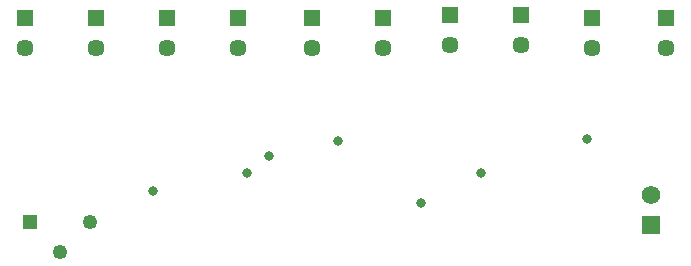
<source format=gbs>
G04*
G04 #@! TF.GenerationSoftware,Altium Limited,Altium Designer,24.8.2 (39)*
G04*
G04 Layer_Color=16711935*
%FSLAX44Y44*%
%MOMM*%
G71*
G04*
G04 #@! TF.SameCoordinates,0CE2364C-DE86-47B0-8F42-6A72043F3B29*
G04*
G04*
G04 #@! TF.FilePolarity,Negative*
G04*
G01*
G75*
%ADD24C,1.4500*%
%ADD25R,1.4500X1.4500*%
%ADD26C,1.5700*%
%ADD27R,1.5700X1.5700*%
%ADD28C,1.2500*%
%ADD29R,1.2500X1.2500*%
%ADD30C,0.8032*%
D24*
X40000Y237300D02*
D03*
X520000D02*
D03*
X160000D02*
D03*
X460000Y240000D02*
D03*
X400000D02*
D03*
X220000Y237300D02*
D03*
X100000D02*
D03*
X282700D02*
D03*
X342700D02*
D03*
X582700D02*
D03*
D25*
X40000Y262700D02*
D03*
X520000D02*
D03*
X160000D02*
D03*
X460000Y265400D02*
D03*
X400000D02*
D03*
X220000Y262700D02*
D03*
X100000D02*
D03*
X282700D02*
D03*
X342700D02*
D03*
X582700D02*
D03*
D26*
X570000Y112700D02*
D03*
D27*
Y87300D02*
D03*
D28*
X70000Y64450D02*
D03*
X95400Y89850D02*
D03*
D29*
X44600D02*
D03*
D30*
X148661Y116141D02*
D03*
X305394Y158320D02*
D03*
X374990Y106350D02*
D03*
X246974Y146128D02*
D03*
X515706Y160098D02*
D03*
X227670Y131650D02*
D03*
X426044D02*
D03*
M02*

</source>
